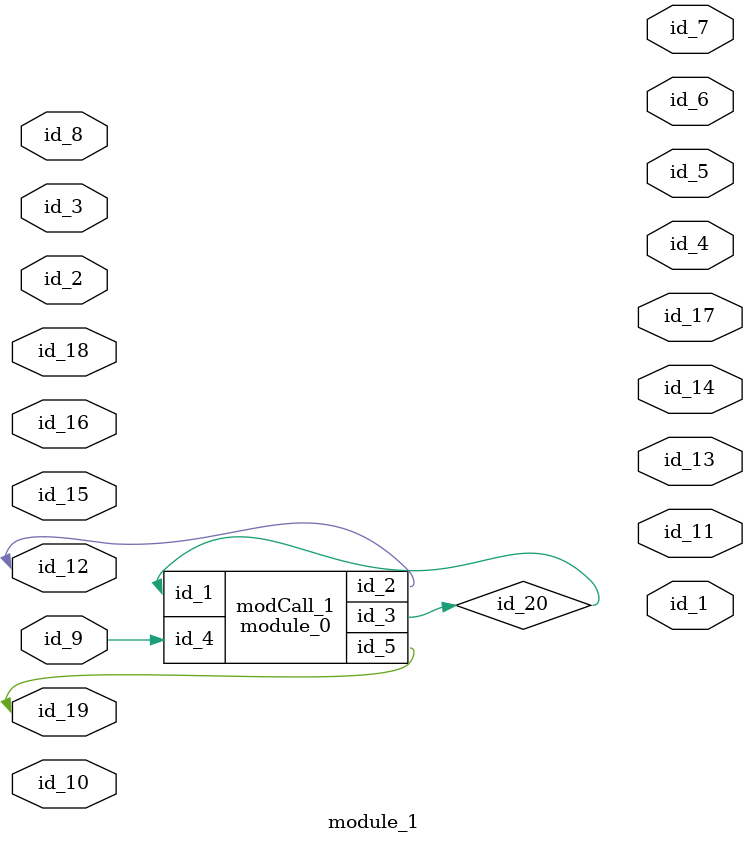
<source format=v>
module module_0 (
    id_1,
    id_2,
    id_3,
    id_4,
    id_5
);
  inout wire id_5;
  input wire id_4;
  inout wire id_3;
  inout wire id_2;
  input wire id_1;
  wire id_6;
  assign id_6 = id_1;
  wire id_7;
  wand id_8 = id_8 & 1;
endmodule
module module_1 (
    id_1,
    id_2,
    id_3,
    id_4,
    id_5,
    id_6,
    id_7,
    id_8,
    id_9,
    id_10,
    id_11,
    id_12,
    id_13,
    id_14,
    id_15,
    id_16,
    id_17,
    id_18,
    id_19
);
  inout wire id_19;
  input wire id_18;
  output wire id_17;
  inout wire id_16;
  inout wire id_15;
  output wire id_14;
  output wire id_13;
  inout wire id_12;
  output wire id_11;
  input wire id_10;
  input wire id_9;
  input wire id_8;
  output wire id_7;
  output wire id_6;
  output wire id_5;
  output wire id_4;
  inout wire id_3;
  input wire id_2;
  output wire id_1;
  wire id_20;
  module_0 modCall_1 (
      id_20,
      id_12,
      id_20,
      id_9,
      id_19
  );
endmodule

</source>
